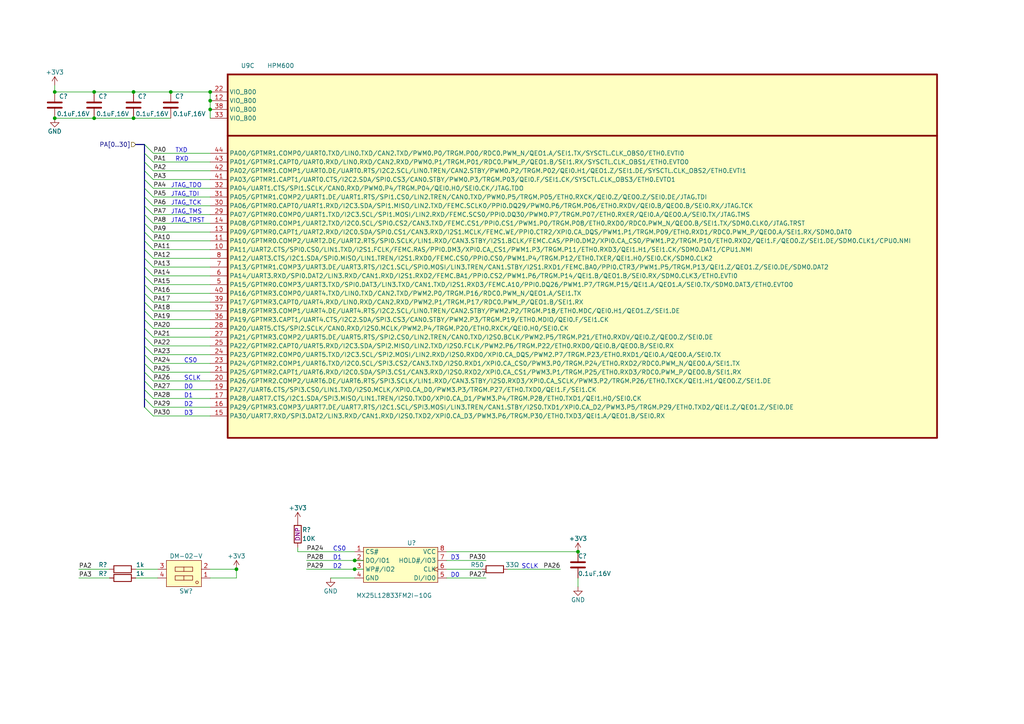
<source format=kicad_sch>
(kicad_sch (version 20230121) (generator eeschema)
  (paper "A4")
  (title_block (title "HPM6P00EVKRevB") (date "2024-10-13") (rev "RevB") (comment 1 "MCU_PA&JTAG"))
  (junction (at 167.64 160.02))
  (junction (at 49.53 26.67))
  (junction (at 15.875 26.67))
  (junction (at 60.96 31.75))
  (junction (at 60.96 29.21))
  (junction (at 102.87 162.56))
  (junction (at 60.96 26.67))
  (junction (at 27.305 34.29))
  (junction (at 102.87 165.1))
  (junction (at 38.735 26.67))
  (junction (at 15.875 34.29))
  (junction (at 68.58 165.1))
  (junction (at 38.735 34.29))
  (junction (at 27.305 26.67))
  (bus_entry (at 41.91 97.79) (size 2.54 2.54))
  (bus_entry (at 41.91 72.39) (size 2.54 2.54))
  (bus_entry (at 41.91 57.15) (size 2.54 2.54))
  (bus_entry (at 41.91 80.01) (size 2.54 2.54))
  (bus_entry (at 41.91 62.23) (size 2.54 2.54))
  (bus_entry (at 41.91 59.69) (size 2.54 2.54))
  (bus_entry (at 41.91 90.17) (size 2.54 2.54))
  (bus_entry (at 41.91 113.03) (size 2.54 2.54))
  (bus_entry (at 41.91 69.85) (size 2.54 2.54))
  (bus_entry (at 41.91 52.07) (size 2.54 2.54))
  (bus_entry (at 41.91 44.45) (size 2.54 2.54))
  (bus_entry (at 41.91 49.53) (size 2.54 2.54))
  (bus_entry (at 41.91 118.11) (size 2.54 2.54))
  (bus_entry (at 41.91 95.25) (size 2.54 2.54))
  (bus_entry (at 41.91 115.57) (size 2.54 2.54))
  (bus_entry (at 41.91 67.31) (size 2.54 2.54))
  (bus_entry (at 41.91 102.87) (size 2.54 2.54))
  (bus_entry (at 41.91 85.09) (size 2.54 2.54))
  (bus_entry (at 41.91 107.95) (size 2.54 2.54))
  (bus_entry (at 41.91 110.49) (size 2.54 2.54))
  (bus_entry (at 41.91 105.41) (size 2.54 2.54))
  (bus_entry (at 41.91 46.99) (size 2.54 2.54))
  (bus_entry (at 41.91 92.71) (size 2.54 2.54))
  (bus_entry (at 41.91 64.77) (size 2.54 2.54))
  (bus_entry (at 41.91 82.55) (size 2.54 2.54))
  (bus_entry (at 41.91 100.33) (size 2.54 2.54))
  (bus_entry (at 41.91 74.93) (size 2.54 2.54))
  (bus_entry (at 41.91 54.61) (size 2.54 2.54))
  (bus_entry (at 41.91 41.91) (size 2.54 2.54))
  (bus_entry (at 41.91 77.47) (size 2.54 2.54))
  (bus_entry (at 41.91 87.63) (size 2.54 2.54))
  (wire (pts (xy 44.45 74.93) (xy 60.96 74.93)))
  (bus (pts (xy 41.91 59.69) (xy 41.91 62.23)))
  (wire (pts (xy 140.97 167.64) (xy 129.54 167.64)))
  (wire (pts (xy 44.45 105.41) (xy 60.96 105.41)))
  (wire (pts (xy 22.86 167.64) (xy 31.75 167.64)) (stroke (width 0.15)))
  (wire (pts (xy 44.45 54.61) (xy 60.96 54.61)))
  (wire (pts (xy 44.45 92.71) (xy 60.96 92.71)))
  (bus (pts (xy 41.91 113.03) (xy 41.91 115.57)))
  (wire (pts (xy 60.96 26.67) (xy 60.96 29.21)))
  (wire (pts (xy 44.45 49.53) (xy 60.96 49.53)))
  (bus (pts (xy 41.91 46.99) (xy 41.91 49.53)))
  (wire (pts (xy 44.45 113.03) (xy 60.96 113.03)))
  (wire (pts (xy 39.37 165.1) (xy 45.72 165.1)))
  (bus (pts (xy 41.91 72.39) (xy 41.91 74.93)))
  (bus (pts (xy 41.91 62.23) (xy 41.91 64.77)))
  (wire (pts (xy 44.45 44.45) (xy 60.96 44.45)))
  (wire (pts (xy 44.45 77.47) (xy 60.96 77.47)))
  (wire (pts (xy 68.58 167.64) (xy 60.96 167.64)) (stroke (width 0.15)))
  (bus (pts (xy 41.91 52.07) (xy 41.91 54.61)))
  (bus (pts (xy 41.91 49.53) (xy 41.91 52.07)))
  (bus (pts (xy 41.91 90.17) (xy 41.91 92.71)))
  (bus (pts (xy 41.91 74.93) (xy 41.91 77.47)))
  (wire (pts (xy 105.41 165.1) (xy 102.87 165.1)))
  (wire (pts (xy 44.45 80.01) (xy 60.96 80.01)))
  (wire (pts (xy 88.9 165.1) (xy 102.87 165.1)))
  (bus (pts (xy 41.91 44.45) (xy 41.91 46.99)))
  (wire (pts (xy 88.9 162.56) (xy 102.87 162.56)))
  (wire (pts (xy 44.45 69.85) (xy 60.96 69.85)))
  (bus (pts (xy 41.91 87.63) (xy 41.91 90.17)))
  (wire (pts (xy 44.45 107.95) (xy 60.96 107.95)))
  (bus (pts (xy 41.91 102.87) (xy 41.91 105.41)))
  (wire (pts (xy 15.875 24.765) (xy 15.875 26.67)))
  (wire (pts (xy 44.45 95.25) (xy 60.96 95.25)))
  (wire (pts (xy 60.96 29.21) (xy 60.96 31.75)))
  (wire (pts (xy 44.45 59.69) (xy 60.96 59.69)))
  (wire (pts (xy 44.45 85.09) (xy 60.96 85.09)))
  (wire (pts (xy 129.54 160.02) (xy 167.64 160.02)))
  (bus (pts (xy 41.91 82.55) (xy 41.91 85.09)))
  (wire (pts (xy 139.7 165.1) (xy 129.54 165.1)))
  (bus (pts (xy 41.91 64.77) (xy 41.91 67.31)))
  (wire (pts (xy 44.45 62.23) (xy 60.96 62.23)))
  (bus (pts (xy 41.91 77.47) (xy 41.91 80.01)))
  (wire (pts (xy 22.86 165.1) (xy 31.75 165.1)))
  (bus (pts (xy 41.91 69.85) (xy 41.91 72.39)))
  (wire (pts (xy 44.45 52.07) (xy 60.96 52.07)))
  (wire (pts (xy 44.45 87.63) (xy 60.96 87.63)))
  (wire (pts (xy 44.45 120.65) (xy 60.96 120.65)))
  (wire (pts (xy 44.45 90.17) (xy 60.96 90.17)))
  (wire (pts (xy 95.885 167.64) (xy 102.87 167.64)))
  (wire (pts (xy 38.735 26.67) (xy 49.53 26.67)))
  (wire (pts (xy 68.58 167.64) (xy 68.58 165.1)) (stroke (width 0.15)))
  (bus (pts (xy 41.91 54.61) (xy 41.91 57.15)))
  (wire (pts (xy 15.875 26.67) (xy 27.305 26.67)))
  (wire (pts (xy 38.735 34.29) (xy 49.53 34.29)))
  (wire (pts (xy 86.36 160.02) (xy 102.87 160.02)))
  (bus (pts (xy 41.91 95.25) (xy 41.91 97.79)))
  (wire (pts (xy 44.45 72.39) (xy 60.96 72.39)))
  (wire (pts (xy 147.32 165.1) (xy 162.56 165.1)))
  (wire (pts (xy 44.45 46.99) (xy 60.96 46.99)))
  (wire (pts (xy 44.45 97.79) (xy 60.96 97.79)))
  (wire (pts (xy 44.45 115.57) (xy 60.96 115.57)))
  (wire (pts (xy 44.45 67.31) (xy 60.96 67.31)))
  (wire (pts (xy 60.96 31.75) (xy 60.96 34.29)))
  (wire (pts (xy 44.45 110.49) (xy 60.96 110.49)))
  (wire (pts (xy 44.45 100.33) (xy 60.96 100.33)))
  (bus (pts (xy 41.91 92.71) (xy 41.91 95.25)))
  (wire (pts (xy 105.41 162.56) (xy 102.87 162.56)))
  (wire (pts (xy 27.305 26.67) (xy 38.735 26.67)))
  (bus (pts (xy 39.37 41.91) (xy 41.91 41.91)))
  (bus (pts (xy 41.91 110.49) (xy 41.91 113.03)))
  (bus (pts (xy 41.91 80.01) (xy 41.91 82.55)))
  (wire (pts (xy 44.45 102.87) (xy 60.96 102.87)))
  (bus (pts (xy 41.91 67.31) (xy 41.91 69.85)))
  (wire (pts (xy 68.58 165.1) (xy 60.96 165.1)) (stroke (width 0.15)))
  (bus (pts (xy 41.91 41.91) (xy 41.91 44.45)))
  (wire (pts (xy 15.875 34.29) (xy 27.305 34.29)))
  (wire (pts (xy 44.45 82.55) (xy 60.96 82.55)))
  (bus (pts (xy 41.91 107.95) (xy 41.91 110.49)))
  (wire (pts (xy 167.64 167.64) (xy 167.64 170.18)))
  (wire (pts (xy 44.45 64.77) (xy 60.96 64.77)))
  (bus (pts (xy 41.91 100.33) (xy 41.91 102.87)))
  (wire (pts (xy 44.45 57.15) (xy 60.96 57.15)))
  (wire (pts (xy 39.37 167.64) (xy 45.72 167.64)))
  (wire (pts (xy 27.305 34.29) (xy 38.735 34.29)))
  (bus (pts (xy 41.91 115.57) (xy 41.91 118.11)))
  (wire (pts (xy 140.97 162.56) (xy 129.54 162.56)))
  (bus (pts (xy 41.91 85.09) (xy 41.91 87.63)))
  (bus (pts (xy 41.91 57.15) (xy 41.91 59.69)))
  (bus (pts (xy 41.91 97.79) (xy 41.91 100.33)))
  (wire (pts (xy 44.45 118.11) (xy 60.96 118.11)))
  (wire (pts (xy 86.36 158.75) (xy 86.36 160.02)))
  (bus (pts (xy 41.91 105.41) (xy 41.91 107.95)))
  (wire (pts (xy 49.53 26.67) (xy 60.96 26.67)))
  (text "JTAG_TRST" (at 49.53 64.77 0) (effects (font (size 1.27 1.27)) (justify left bottom)))
  (text "JTAG_TMS" (at 49.53 62.23 0) (effects (font (size 1.27 1.27)) (justify left bottom)))
  (text "D1" (at 96.52 162.56 0) (effects (font (size 1.27 1.27)) (justify left bottom)))
  (text "JTAG_TDI" (at 49.53 57.15 0) (effects (font (size 1.27 1.27)) (justify left bottom)))
  (text "SCLK" (at 156.21 165.1 0) (effects (font (size 1.27 1.27)) (justify right bottom)))
  (text "JTAG_TDO" (at 49.53 54.61 0) (effects (font (size 1.27 1.27)) (justify left bottom)))
  (text "D1" (at 53.34 115.57 0) (effects (font (size 1.27 1.27)) (justify left bottom)))
  (text "CS0" (at 96.52 160.02 0) (effects (font (size 1.27 1.27)) (justify left bottom)))
  (text "D3" (at 53.34 120.65 0) (effects (font (size 1.27 1.27)) (justify left bottom)))
  (text "D3" (at 133.35 162.56 0) (effects (font (size 1.27 1.27)) (justify right bottom)))
  (text "RXD" (at 50.8 46.99 0) (effects (font (size 1.27 1.27)) (justify left bottom)))
  (text "TXD" (at 50.8 44.45 0) (effects (font (size 1.27 1.27)) (justify left bottom)))
  (text "D2" (at 96.52 165.1 0) (effects (font (size 1.27 1.27)) (justify left bottom)))
  (text "D0" (at 53.34 113.03 0) (effects (font (size 1.27 1.27)) (justify left bottom)))
  (text "D0" (at 133.35 167.64 0) (effects (font (size 1.27 1.27)) (justify right bottom)))
  (text "JTAG_TCK" (at 49.53 59.69 0) (effects (font (size 1.27 1.27)) (justify left bottom)))
  (text "D2" (at 53.34 118.11 0) (effects (font (size 1.27 1.27)) (justify left bottom)))
  (text "SCLK" (at 53.34 110.49 0) (effects (font (size 1.27 1.27)) (justify left bottom)))
  (text "CS0" (at 53.34 105.41 0) (effects (font (size 1.27 1.27)) (justify left bottom)))
  (label "PA11" (at 44.45 72.39 0))
  (label "PA4" (at 44.45 54.61 0))
  (label "PA27" (at 140.97 167.64 180))
  (label "PA26" (at 162.56 165.1 180))
  (label "PA28" (at 44.45 115.57 0))
  (label "PA29" (at 88.9 165.1 0))
  (label "PA24" (at 88.9 160.02 0))
  (label "PA2" (at 22.86 165.1 0))
  (label "PA3" (at 44.45 52.07 0))
  (label "PA6" (at 44.45 59.69 0))
  (label "PA20" (at 44.45 95.25 0))
  (label "PA10" (at 44.45 69.85 0))
  (label "PA17" (at 44.45 87.63 0))
  (label "PA23" (at 44.45 102.87 0))
  (label "PA13" (at 44.45 77.47 0))
  (label "PA12" (at 44.45 74.93 0))
  (label "PA27" (at 44.45 113.03 0))
  (label "PA24" (at 44.45 105.41 0))
  (label "PA9" (at 44.45 67.31 0))
  (label "PA8" (at 44.45 64.77 0))
  (label "PA5" (at 44.45 57.15 0))
  (label "PA28" (at 88.9 162.56 0))
  (label "PA18" (at 44.45 90.17 0))
  (label "PA21" (at 44.45 97.79 0))
  (label "PA30" (at 44.45 120.65 0))
  (label "PA25" (at 44.45 107.95 0))
  (label "PA0" (at 44.45 44.45 0))
  (label "PA30" (at 140.97 162.56 180))
  (label "PA15" (at 44.45 82.55 0))
  (label "PA29" (at 44.45 118.11 0))
  (label "PA26" (at 44.45 110.49 0))
  (label "PA16" (at 44.45 85.09 0))
  (label "PA22" (at 44.45 100.33 0))
  (label "PA3" (at 22.86 167.64 0))
  (label "PA14" (at 44.45 80.01 0))
  (label "PA7" (at 44.45 62.23 0))
  (label "PA2" (at 44.45 49.53 0))
  (label "PA1" (at 44.45 46.99 0))
  (label "PA19" (at 44.45 92.71 0))
  (hierarchical_label "PA[0..30]" (shape input) (at 39.37 41.91 180))
  (symbol (lib_id "00_HPM_power:GND") (at 95.885 167.64 0) (unit 1)
    (property "Reference" "#PWR?" (effects hide))
    (property "Value" "GND" (at 93.853 171.45 0) (effects (justify left)))
    (instances (project "HPM6E00 SKT Board BGA289_BDIF REVA" (path "" (reference "#PWR?") (unit 1)) (path "" (reference "#PWR?") (unit 1))) (project "HPM5300-CON-JTAG" (path "" (reference "#PWR?") (unit 1))) (project "HPM600ADCEVKRevB" (path "" (reference "#PWR?") (unit 1)) (path "" (reference "#PWR025") (unit 1)) (path "" (reference "#PWR025") (unit 1))) (project "HPM5300 SKT Board LQFP100 REVA" (path "" (reference "#PWR?") (unit 1))))
  )
  (symbol (lib_id "00_HPM_power:+3.3V") (at 167.64 160.02 0) (unit 1)
    (property "Reference" "#PWR?" (effects hide))
    (property "Value" "+3.3V" (at 167.64 156.21 0))
    (instances (project "HPM6E00 SKT Board BGA289_BDIF REVA" (path "" (reference "#PWR?") (unit 1)) (path "" (reference "#PWR?") (unit 1))) (project "HPM5300-CON-JTAG" (path "" (reference "#PWR?") (unit 1))) (project "HPM600ADCEVKRevB" (path "" (reference "#PWR?") (unit 1)) (path "" (reference "#PWR032") (unit 1)) (path "" (reference "#PWR028") (unit 1))) (project "HPM5300 SKT Board LQFP100 REVA" (path "" (reference "#PWR?") (unit 1))))
  )
  (symbol (lib_id "03_HPM_Capacitance:0.1uF,16V_0402") (at 27.305 30.48 180) (unit 1)
    (property "Reference" "C?" (at 31.115 27.94 0) (effects (justify left)))
    (property "Value" "0.1uF,16V" (at 37.465 33.02 0) (effects (justify left)))
    (property "Footprint" "03_HPM_Capacitance:C_0402_1005Metric" (effects hide))
    (property "Model" "CL05B104KO5NNNC" (effects hide))
    (property "Company" "SAMSUNG(三星)" (effects hide))
    (instances (project "HPM6E00-PA00-PA31-JTAG-BOOT-LED-KEY" (path "" (reference "C?") (unit 1))) (project "HPM5300-USB-OSC" (path "" (reference "C?") (unit 1))) (project "HPM6E00 SKT Board BGA289_BDIF REVA" (path "" (reference "C?") (unit 1)) (path "" (reference "C?") (unit 1))) (project "HPM600ADCEVKRevB" (path "" (reference "C45") (unit 1))) (project "HPM5300 SKT Board LQFP100 REVA" (path "" (reference "C?") (unit 1))))
  )
  (symbol (lib_id "00_HPM_power:GND") (at 15.875 34.29 0) (mirror y) (unit 1)
    (property "Reference" "#PWR?" (effects hide))
    (property "Value" "GND" (at 17.907 38.1 0) (effects (justify left)))
    (instances (project "HPM6E00-PA00-PA31-JTAG-BOOT-LED-KEY" (path "" (reference "#PWR?") (unit 1))) (project "HPM6E00 SKT Board BGA289_BDIF REVA" (path "" (reference "#PWR?") (unit 1))) (project "HPM5300-CON-JTAG" (path "" (reference "#PWR?") (unit 1))) (project "HPM600ADCEVKRevB" (path "" (reference "#PWR022") (unit 1))) (project "HPM5300 SKT Board LQFP100 REVA" (path "" (reference "#PWR?") (unit 1))))
  )
  (symbol (lib_id "03_HPM_Capacitance:0.1uF,16V_0402") (at 15.875 30.48 180) (unit 1)
    (property "Reference" "C?" (at 19.685 27.94 0) (effects (justify left)))
    (property "Value" "0.1uF,16V" (at 26.035 33.02 0) (effects (justify left)))
    (property "Footprint" "03_HPM_Capacitance:C_0402_1005Metric" (effects hide))
    (property "Model" "CL05B104KO5NNNC" (effects hide))
    (property "Company" "SAMSUNG(三星)" (effects hide))
    (instances (project "HPM6E00-PA00-PA31-JTAG-BOOT-LED-KEY" (path "" (reference "C?") (unit 1))) (project "HPM5300-USB-OSC" (path "" (reference "C?") (unit 1))) (project "HPM6E00 SKT Board BGA289_BDIF REVA" (path "" (reference "C?") (unit 1)) (path "" (reference "C?") (unit 1))) (project "HPM600ADCEVKRevB" (path "" (reference "C40") (unit 1))) (project "HPM5300 SKT Board LQFP100 REVA" (path "" (reference "C?") (unit 1))))
  )
  (symbol (lib_id "02_HPM_Resistor:1K_0402") (at 35.56 167.64 180) (unit 1)
    (property "Reference" "R?" (at 29.845 166.37 0))
    (property "Value" "1k" (at 40.64 166.37 0))
    (property "Footprint" "02_HPM_Resistor:R_0402_1005Metric" (effects hide))
    (property "Model" "0402WGF1001TCE" (effects hide))
    (property "Company" "UNI-ROYAL(厚声)" (effects hide))
    (instances (project "HPM62_63_144_ADC_EVK_RevC" (path "" (reference "R?") (unit 1))) (project "HPM6200EVK" (path "" (reference "R?") (unit 1))) (project "HPM600ADCEVKRevB" (path "" (reference "R54") (unit 1))))
  )
  (symbol (lib_id "00_HPM_power:GND") (at 167.64 170.18 0) (unit 1)
    (property "Reference" "#PWR?" (effects hide))
    (property "Value" "GND" (at 165.608 173.99 0) (effects (justify left)))
    (instances (project "HPM6E00 SKT Board BGA289_BDIF REVA" (path "" (reference "#PWR?") (unit 1)) (path "" (reference "#PWR?") (unit 1))) (project "HPM5300-CON-JTAG" (path "" (reference "#PWR?") (unit 1))) (project "HPM600ADCEVKRevB" (path "" (reference "#PWR?") (unit 1)) (path "" (reference "#PWR033") (unit 1)) (path "" (reference "#PWR029") (unit 1))) (project "HPM5300 SKT Board LQFP100 REVA" (path "" (reference "#PWR?") (unit 1))))
  )
  (symbol (lib_id "03_HPM_Capacitance:0.1uF,16V_0402") (at 38.735 30.48 180) (unit 1)
    (property "Reference" "C?" (at 42.545 27.94 0) (effects (justify left)))
    (property "Value" "0.1uF,16V" (at 48.895 33.02 0) (effects (justify left)))
    (property "Footprint" "03_HPM_Capacitance:C_0402_1005Metric" (effects hide))
    (property "Model" "CL05B104KO5NNNC" (effects hide))
    (property "Company" "SAMSUNG(三星)" (effects hide))
    (instances (project "HPM6E00-PA00-PA31-JTAG-BOOT-LED-KEY" (path "" (reference "C?") (unit 1))) (project "HPM5300-USB-OSC" (path "" (reference "C?") (unit 1))) (project "HPM6E00 SKT Board BGA289_BDIF REVA" (path "" (reference "C?") (unit 1)) (path "" (reference "C?") (unit 1))) (project "HPM600ADCEVKRevB" (path "" (reference "C46") (unit 1))) (project "HPM5300 SKT Board LQFP100 REVA" (path "" (reference "C?") (unit 1))))
  )
  (symbol (lib_id "02_HPM_Resistor:1K_0402") (at 35.56 165.1 180) (unit 1)
    (property "Reference" "R?" (at 29.845 163.83 0))
    (property "Value" "1k" (at 40.64 163.83 0))
    (property "Footprint" "02_HPM_Resistor:R_0402_1005Metric" (effects hide))
    (property "Model" "0402WGF1001TCE" (effects hide))
    (property "Company" "UNI-ROYAL(厚声)" (effects hide))
    (instances (project "HPM62_63_144_ADC_EVK_RevC" (path "" (reference "R?") (unit 1))) (project "HPM6200EVK" (path "" (reference "R?") (unit 1))) (project "HPM600ADCEVKRevB" (path "" (reference "R55") (unit 1))))
  )
  (symbol (lib_id "02_HPM_Resistor:10K_0402") (at 86.36 154.94 90) (unit 1)
    (property "Reference" "R?" (at 87.63 153.67 90) (effects (justify right)))
    (property "Value" "10K" (at 87.63 156.21 90) (effects (justify right)))
    (property "Footprint" "02_HPM_Resistor:R_0402_1005Metric" (effects hide))
    (property "Model" "0402WGF1002TCE" (effects hide))
    (property "Company" "UNI-ROYAL(厚声)" (effects hide))
    (property "ASSY_OPT" "DNP" (at 86.36 154.94 0))
    (instances (project "HPM6E00 SKT Board BGA289_BDIF REVA" (path "" (reference "R?") (unit 1)) (path "" (reference "R?") (unit 1))) (project "HPM5300-CON-JTAG" (path "" (reference "R?") (unit 1))) (project "HPM600ADCEVKRevB" (path "" (reference "R?") (unit 1)) (path "" (reference "R49") (unit 1)) (path "" (reference "R49") (unit 1))) (project "HPM5300 SKT Board LQFP100 REVA" (path "" (reference "R?") (unit 1))))
  )
  (symbol (lib_id "10_HPM_Storage_IC:MX25L12833FM2I-10G") (at 105.41 158.75 0) (unit 1)
    (property "Reference" "U?" (at 119.38 157.48 0))
    (property "Value" "MX25L12833FM2I-10G" (at 114.3 172.72 0))
    (property "Footprint" "08_HPM_Storage:SOIC8_208mil" (effects hide))
    (property "Model" "MX25L12833FM2I-10G" (effects hide))
    (property "Company" "MXIC(旺宏电子)" (effects hide))
    (instances (project "HPM6E00 SKT Board BGA289_BDIF REVA" (path "" (reference "U?") (unit 1)) (path "" (reference "U?") (unit 1))) (project "HPM5300-CON-JTAG" (path "" (reference "U?") (unit 1))) (project "HPM600ADCEVKRevB" (path "" (reference "U?") (unit 1)) (path "" (reference "U10") (unit 1)) (path "" (reference "U10") (unit 1))) (project "HPM5300 SKT Board LQFP100 REVA" (path "" (reference "U?") (unit 1))))
  )
  (symbol (lib_id "00_HPM600_Library:HPM600") (at 66.04 21.59 0) (unit 3)
    (property "Reference" "U9" (at 69.85 19.05 0) (effects (justify left)))
    (property "Value" "HPM600" (at 77.47 19.05 0) (effects (justify left)))
    (property "Footprint" "00_HPM_Library:LQFP-176_20x20_Pitch0.4mm" (effects hide))
  )
  (symbol (lib_id "00_HPM_power:+3.3V") (at 68.58 165.1 0) (unit 1)
    (property "Reference" "#PWR?" (effects hide))
    (property "Value" "+3.3V" (at 68.58 161.29 0))
    (instances (project "HPM6E00-PA00-PA31-JTAG-BOOT-LED-KEY" (path "" (reference "#PWR?") (unit 1))) (project "HPM6E00 SKT Board BGA289_BDIF REVA" (path "" (reference "#PWR?") (unit 1))) (project "HPM5300-CON-JTAG" (path "" (reference "#PWR?") (unit 1))) (project "HPM600ADCEVKRevB" (path "" (reference "#PWR023") (unit 1))) (project "HPM5300 SKT Board LQFP100 REVA" (path "" (reference "#PWR?") (unit 1))))
  )
  (symbol (lib_id "02_HPM_Resistor:33Ω_0402") (at 143.51 165.1 0) (unit 1)
    (property "Reference" "R50" (at 138.43 163.83 0))
    (property "Value" "33Ω" (at 148.59 163.83 0))
    (property "Footprint" "02_HPM_Resistor:R_0402_1005Metric" (effects hide))
    (property "Model" "0402WGF330JTCE" (effects hide))
    (property "Company" "UNI-ROYAL(厚声)" (effects hide))
    (instances (project "HPM600ADCEVKRevB" (path "" (reference "R50") (unit 1)) (path "" (reference "R50") (unit 1))) (project "HPM6880_EVK_RevA" (path "" (reference "R?") (unit 1))))
  )
  (symbol (lib_id "00_HPM_power:+3.3V") (at 86.36 151.13 0) (unit 1)
    (property "Reference" "#PWR?" (effects hide))
    (property "Value" "+3.3V" (at 86.36 147.32 0))
    (instances (project "HPM6E00 SKT Board BGA289_BDIF REVA" (path "" (reference "#PWR?") (unit 1)) (path "" (reference "#PWR?") (unit 1))) (project "HPM5300-CON-JTAG" (path "" (reference "#PWR?") (unit 1))) (project "HPM600ADCEVKRevB" (path "" (reference "#PWR?") (unit 1)) (path "" (reference "#PWR024") (unit 1)) (path "" (reference "#PWR024") (unit 1))) (project "HPM5300 SKT Board LQFP100 REVA" (path "" (reference "#PWR?") (unit 1))))
  )
  (symbol (lib_id "03_HPM_Capacitance:0.1uF,16V_0402") (at 167.64 163.83 0) (unit 1)
    (property "Reference" "C?" (at 167.64 161.29 0) (effects (justify left)))
    (property "Value" "0.1uF,16V" (at 167.64 166.37 0) (effects (justify left)))
    (property "Footprint" "03_HPM_Capacitance:C_0402_1005Metric" (effects hide))
    (property "Model" "CL05B104KO5NNNC" (effects hide))
    (property "Company" "SAMSUNG(三星)" (effects hide))
    (instances (project "HPM6E00 SKT Board BGA289_BDIF REVA" (path "" (reference "C?") (unit 1)) (path "" (reference "C?") (unit 1))) (project "HPM5300-CON-JTAG" (path "" (reference "C?") (unit 1))) (project "HPM600ADCEVKRevB" (path "" (reference "C?") (unit 1)) (path "" (reference "C47") (unit 1)) (path "" (reference "C47") (unit 1))) (project "HPM5300 SKT Board LQFP100 REVA" (path "" (reference "C?") (unit 1))))
  )
  (symbol (lib_id "00_HPM_power:+3.3V") (at 15.875 24.765 0) (unit 1)
    (property "Reference" "#PWR?" (effects hide))
    (property "Value" "+3.3V" (at 15.875 20.955 0))
    (instances (project "HPM6E00-PA00-PA31-JTAG-BOOT-LED-KEY" (path "" (reference "#PWR?") (unit 1))) (project "HPM6E00 SKT Board BGA289_BDIF REVA" (path "" (reference "#PWR?") (unit 1))) (project "HPM5300-CON-JTAG" (path "" (reference "#PWR?") (unit 1))) (project "HPM600ADCEVKRevB" (path "" (reference "#PWR021") (unit 1))) (project "HPM5300 SKT Board LQFP100 REVA" (path "" (reference "#PWR?") (unit 1))))
  )
  (symbol (lib_id "01-HPM-Peripheral:拨码开关_DM-02-V") (at 53.34 166.37 180) (unit 1)
    (property "Reference" "SW?" (at 53.975 171.45 0))
    (property "Value" "DM-02-V" (at 53.975 161.29 0))
    (property "Footprint" "01_HPM_Peripheral:SW-SMD_DM-02-V" (effects hide))
    (property "SuppliersPartNumber" "C501304" (effects hide))
    (property "Model" "DM-02-V" (effects hide))
    (property "Company" "圜达" (effects hide))
    (instances (project "HPM62_63_144_ADC_EVK_RevC" (path "" (reference "SW?") (unit 1))) (project "HPM6200EVK" (path "" (reference "SW?") (unit 1))) (project "HPM600ADCEVKRevB" (path "" (reference "SW2") (unit 1))))
  )
  (symbol (lib_id "03_HPM_Capacitance:0.1uF,16V_0402") (at 49.53 30.48 180) (unit 1)
    (property "Reference" "C?" (at 53.34 27.94 0) (effects (justify left)))
    (property "Value" "0.1uF,16V" (at 59.69 33.02 0) (effects (justify left)))
    (property "Footprint" "03_HPM_Capacitance:C_0402_1005Metric" (effects hide))
    (property "Model" "CL05B104KO5NNNC" (effects hide))
    (property "Company" "SAMSUNG(三星)" (effects hide))
    (instances (project "HPM6E00-PA00-PA31-JTAG-BOOT-LED-KEY" (path "" (reference "C?") (unit 1))) (project "HPM5300-USB-OSC" (path "" (reference "C?") (unit 1))) (project "HPM6E00 SKT Board BGA289_BDIF REVA" (path "" (reference "C?") (unit 1)) (path "" (reference "C?") (unit 1))) (project "HPM600ADCEVKRevB" (path "" (reference "C94") (unit 1))) (project "HPM5300 SKT Board LQFP100 REVA" (path "" (reference "C?") (unit 1))))
  )
)
</source>
